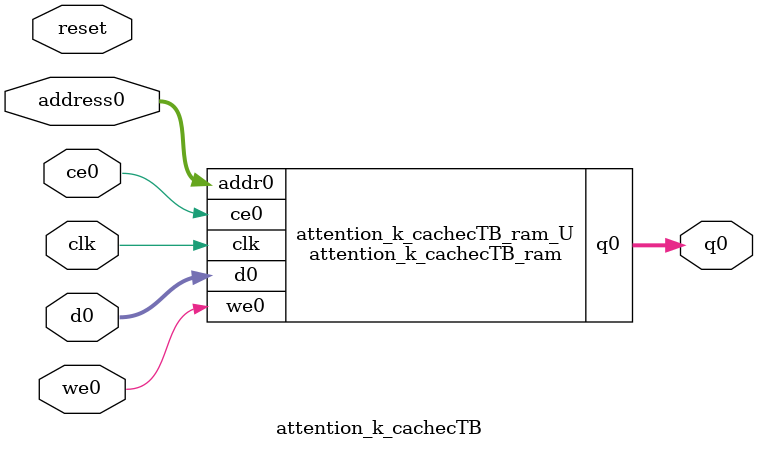
<source format=v>
`timescale 1 ns / 1 ps
module attention_k_cachecTB_ram (addr0, ce0, d0, we0, q0,  clk);

parameter DWIDTH = 40;
parameter AWIDTH = 12;
parameter MEM_SIZE = 2304;

input[AWIDTH-1:0] addr0;
input ce0;
input[DWIDTH-1:0] d0;
input we0;
output reg[DWIDTH-1:0] q0;
input clk;

(* ram_style = "block" *)reg [DWIDTH-1:0] ram[0:MEM_SIZE-1];




always @(posedge clk)  
begin 
    if (ce0) begin
        if (we0) 
            ram[addr0] <= d0; 
        q0 <= ram[addr0];
    end
end


endmodule

`timescale 1 ns / 1 ps
module attention_k_cachecTB(
    reset,
    clk,
    address0,
    ce0,
    we0,
    d0,
    q0);

parameter DataWidth = 32'd40;
parameter AddressRange = 32'd2304;
parameter AddressWidth = 32'd12;
input reset;
input clk;
input[AddressWidth - 1:0] address0;
input ce0;
input we0;
input[DataWidth - 1:0] d0;
output[DataWidth - 1:0] q0;



attention_k_cachecTB_ram attention_k_cachecTB_ram_U(
    .clk( clk ),
    .addr0( address0 ),
    .ce0( ce0 ),
    .we0( we0 ),
    .d0( d0 ),
    .q0( q0 ));

endmodule


</source>
